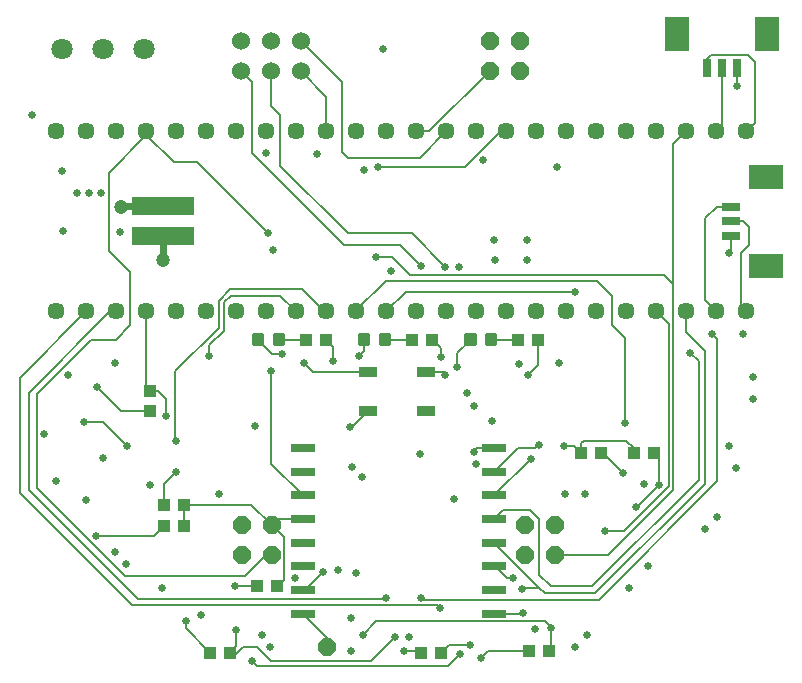
<source format=gbr>
G04 EAGLE Gerber RS-274X export*
G75*
%MOMM*%
%FSLAX34Y34*%
%LPD*%
%INBottom Copper*%
%IPPOS*%
%AMOC8*
5,1,8,0,0,1.08239X$1,22.5*%
G01*
%ADD10C,1.447800*%
%ADD11R,1.100000X1.000000*%
%ADD12C,0.300000*%
%ADD13P,1.656057X8X202.500000*%
%ADD14P,1.656057X8X22.500000*%
%ADD15R,1.500000X0.900000*%
%ADD16R,2.000000X0.800000*%
%ADD17P,1.649562X8X22.500000*%
%ADD18R,5.330000X1.650000*%
%ADD19R,3.000000X2.100000*%
%ADD20R,1.600000X0.800000*%
%ADD21R,2.100000X3.000000*%
%ADD22R,0.800000X1.600000*%
%ADD23R,1.000000X1.100000*%
%ADD24C,1.800000*%
%ADD25C,1.530000*%
%ADD26C,0.654000*%
%ADD27C,0.200000*%
%ADD28C,0.600000*%
%ADD29C,1.200000*%


D10*
X-99400Y303800D03*
X-74000Y303800D03*
X-48600Y303800D03*
X-23200Y303800D03*
X2200Y303800D03*
X27600Y303800D03*
X53000Y303800D03*
X78400Y303800D03*
X103800Y303800D03*
X129200Y303800D03*
X154600Y303800D03*
X180000Y303800D03*
X205400Y303800D03*
X230800Y303800D03*
X281600Y303800D03*
X307000Y303800D03*
X332400Y303800D03*
X357800Y303800D03*
X230800Y456200D03*
X205400Y456200D03*
X180000Y456200D03*
X154600Y456200D03*
X129200Y456200D03*
X103800Y456200D03*
X78400Y456200D03*
X53000Y456200D03*
X27600Y456200D03*
X2200Y456200D03*
X-23200Y456200D03*
X-48600Y456200D03*
X-74000Y456200D03*
X-99400Y456200D03*
X256200Y303800D03*
X357800Y456200D03*
X332400Y456200D03*
X307000Y456200D03*
X281600Y456200D03*
X256200Y456200D03*
X383200Y303800D03*
X408600Y303800D03*
X434000Y303800D03*
X459400Y303800D03*
X484800Y303800D03*
X484800Y456200D03*
X383200Y456200D03*
X408600Y456200D03*
X434000Y456200D03*
X459400Y456200D03*
D11*
X111500Y280000D03*
X128500Y280000D03*
X201500Y280000D03*
X218500Y280000D03*
D12*
X92270Y283500D02*
X92270Y276500D01*
X85270Y276500D01*
X85270Y283500D01*
X92270Y283500D01*
X92270Y279350D02*
X85270Y279350D01*
X85270Y282200D02*
X92270Y282200D01*
X74730Y283500D02*
X74730Y276500D01*
X67730Y276500D01*
X67730Y283500D01*
X74730Y283500D01*
X74730Y279350D02*
X67730Y279350D01*
X67730Y282200D02*
X74730Y282200D01*
X182270Y283500D02*
X182270Y276500D01*
X175270Y276500D01*
X175270Y283500D01*
X182270Y283500D01*
X182270Y279350D02*
X175270Y279350D01*
X175270Y282200D02*
X182270Y282200D01*
X164730Y283500D02*
X164730Y276500D01*
X157730Y276500D01*
X157730Y283500D01*
X164730Y283500D01*
X164730Y279350D02*
X157730Y279350D01*
X157730Y282200D02*
X164730Y282200D01*
D13*
X322700Y122700D03*
X322700Y97300D03*
X297300Y122700D03*
X297300Y97300D03*
X82700Y122700D03*
X82700Y97300D03*
X57300Y122700D03*
X57300Y97300D03*
D14*
X267300Y507300D03*
X267300Y532700D03*
X292700Y507300D03*
X292700Y532700D03*
D12*
X272270Y283500D02*
X272270Y276500D01*
X265270Y276500D01*
X265270Y283500D01*
X272270Y283500D01*
X272270Y279350D02*
X265270Y279350D01*
X265270Y282200D02*
X272270Y282200D01*
X254730Y283500D02*
X254730Y276500D01*
X247730Y276500D01*
X247730Y283500D01*
X254730Y283500D01*
X254730Y279350D02*
X247730Y279350D01*
X247730Y282200D02*
X254730Y282200D01*
D15*
X213500Y252500D03*
X213500Y219500D03*
X164500Y252500D03*
X164500Y219500D03*
D16*
X109000Y48000D03*
X109000Y68000D03*
X109000Y88000D03*
X109000Y108000D03*
X109000Y128000D03*
X109000Y148000D03*
X109000Y168000D03*
X109000Y188000D03*
X271000Y188000D03*
X271000Y168000D03*
X271000Y148000D03*
X271000Y128000D03*
X271000Y108000D03*
X271000Y88000D03*
X271000Y68000D03*
X271000Y48000D03*
D11*
X87500Y71000D03*
X70500Y71000D03*
D17*
X130000Y20000D03*
D18*
X-9100Y392700D03*
X-9100Y367300D03*
D19*
X501000Y418000D03*
D20*
X472000Y380000D03*
D19*
X501000Y342000D03*
D20*
X472000Y392500D03*
X472000Y367500D03*
D21*
X426000Y539000D03*
D22*
X464000Y510000D03*
D21*
X502000Y539000D03*
D22*
X451500Y510000D03*
X476500Y510000D03*
D11*
X291500Y280000D03*
X308500Y280000D03*
X-8500Y140000D03*
X8500Y140000D03*
X-8500Y122000D03*
X8500Y122000D03*
X406500Y184000D03*
X389500Y184000D03*
X361500Y184000D03*
X344500Y184000D03*
X47500Y15000D03*
X30500Y15000D03*
X317500Y16000D03*
X300500Y16000D03*
D23*
X-20000Y219500D03*
X-20000Y236500D03*
D11*
X209500Y15000D03*
X226500Y15000D03*
D24*
X-60000Y526000D03*
X-25000Y526000D03*
X-95000Y526000D03*
D25*
X56600Y532700D03*
X82000Y532700D03*
X107400Y532700D03*
X56600Y507300D03*
X82000Y507300D03*
X107400Y507300D03*
D26*
X-95000Y423000D03*
X154000Y82000D03*
X256000Y175000D03*
X237000Y145000D03*
X23328Y46944D03*
X306000Y35000D03*
X184000Y338000D03*
X38000Y149000D03*
X348000Y149000D03*
X84000Y356000D03*
X-20000Y157000D03*
X398000Y157556D03*
X470000Y190000D03*
X401629Y88345D03*
X-74000Y144000D03*
X-90000Y250000D03*
X-100000Y160000D03*
X385000Y70000D03*
X248000Y235000D03*
X139000Y85000D03*
X-10000Y70000D03*
X482000Y285000D03*
X476000Y171000D03*
X103000Y78000D03*
X151000Y172000D03*
X159000Y164000D03*
X208000Y183000D03*
X269000Y211000D03*
X254000Y224000D03*
X331000Y149000D03*
X69000Y207000D03*
X262000Y432000D03*
X177000Y526000D03*
X-50000Y260000D03*
X326000Y260000D03*
X292000Y259000D03*
D27*
X472000Y355000D02*
X472000Y367500D01*
X472000Y355000D02*
X470000Y353000D01*
D26*
X470000Y353000D03*
D27*
X295000Y48000D02*
X271000Y48000D01*
X295000Y48000D02*
X295876Y48876D01*
D26*
X295876Y48876D03*
D27*
X135000Y273500D02*
X128500Y280000D01*
X135000Y273500D02*
X135000Y262000D01*
D26*
X135000Y262000D03*
D27*
X164500Y219500D02*
X150698Y205698D01*
X149000Y205698D01*
D26*
X149000Y205698D03*
D27*
X218500Y280000D02*
X226000Y272500D01*
X226000Y265000D01*
D26*
X226000Y265000D03*
D27*
X308500Y258500D02*
X308500Y280000D01*
X308500Y258500D02*
X300000Y250000D01*
D26*
X300000Y250000D03*
D27*
X111000Y68000D02*
X109000Y68000D01*
X111000Y68000D02*
X126000Y83000D01*
D26*
X126000Y83000D03*
D27*
X257000Y188000D02*
X271000Y188000D01*
X257000Y188000D02*
X254000Y185000D01*
D26*
X254000Y185000D03*
D27*
X-20000Y219500D02*
X-44500Y219500D01*
X-65000Y240000D01*
D26*
X-65000Y240000D03*
X-94000Y372000D03*
X-45302Y371000D03*
X299000Y347000D03*
X272000Y347000D03*
D27*
X476500Y510000D02*
X477000Y509500D01*
D26*
X477000Y495000D03*
X150000Y44000D03*
X199495Y27928D03*
X150000Y16302D03*
D27*
X70500Y71000D02*
X52000Y71000D01*
D26*
X52000Y71000D03*
D27*
X208198Y16302D02*
X209500Y15000D01*
X208198Y16302D02*
X194735Y16302D01*
D26*
X194735Y16302D03*
D27*
X477000Y495000D02*
X477000Y509500D01*
D28*
X-9100Y367300D02*
X-9100Y347100D01*
X-9000Y347000D01*
D29*
X-9000Y347000D03*
D26*
X121000Y437000D03*
X78000Y438000D03*
X-72000Y404000D03*
X324000Y426000D03*
X160856Y423144D03*
X241620Y341302D03*
X490000Y230000D03*
X490000Y247940D03*
X450000Y120000D03*
X459988Y129989D03*
X340000Y20000D03*
X350000Y30000D03*
X75000Y30000D03*
X81620Y20000D03*
X-50000Y100000D03*
X-40386Y90376D03*
X-60000Y180000D03*
X-109698Y200000D03*
D27*
X213500Y252500D02*
X227500Y252500D01*
X230000Y250000D01*
D26*
X230000Y250000D03*
X-120000Y470000D03*
D27*
X71230Y280000D02*
X83230Y268000D01*
X92000Y268000D01*
D26*
X92000Y268000D03*
X-62000Y404000D03*
X-82000Y404000D03*
X299000Y364000D03*
X271000Y364000D03*
X157000Y266000D03*
D27*
X161230Y270230D02*
X161230Y280000D01*
X161230Y270230D02*
X157000Y266000D01*
X346955Y194524D02*
X383046Y194524D01*
X389500Y188070D02*
X389500Y184000D01*
X344500Y184000D02*
X344500Y192070D01*
X383046Y194524D02*
X389500Y188070D01*
X346955Y194524D02*
X344500Y192070D01*
X338500Y190000D02*
X344500Y184000D01*
X338500Y190000D02*
X330000Y190000D01*
D26*
X330000Y190000D03*
D27*
X92874Y112526D02*
X82700Y122700D01*
X88000Y128000D02*
X109000Y128000D01*
X88000Y128000D02*
X82700Y122700D01*
X8500Y122000D02*
X8500Y140000D01*
X65400Y140000D01*
X82700Y122700D01*
X92874Y112526D02*
X92874Y76374D01*
X87500Y71000D01*
X260000Y10000D02*
X266000Y16000D01*
X300500Y16000D01*
D26*
X260000Y10000D03*
D27*
X30500Y15000D02*
X10000Y35500D01*
X10000Y41810D01*
D26*
X10000Y41810D03*
X171000Y350000D03*
D27*
X423000Y327000D02*
X423000Y153000D01*
X423000Y445200D02*
X434000Y456200D01*
X423000Y445200D02*
X423000Y327000D01*
X415000Y335000D01*
X200000Y335000D02*
X185000Y350000D01*
X171000Y350000D01*
X200000Y335000D02*
X415000Y335000D01*
X423000Y153000D02*
X367300Y97300D01*
X322700Y97300D01*
X-116000Y154000D02*
X-116000Y234000D01*
X-116000Y154000D02*
X-41500Y79500D01*
X-116000Y234000D02*
X-70000Y280000D01*
D26*
X80000Y370000D03*
D27*
X20000Y430000D01*
X0Y430000D01*
X-23200Y453200D01*
X-23200Y456200D01*
X-37091Y337091D02*
X-37091Y291909D01*
X-37091Y337091D02*
X-55000Y355000D01*
X-55000Y421400D02*
X-23200Y453200D01*
X-49000Y280000D02*
X-70000Y280000D01*
X-49000Y280000D02*
X-37091Y291909D01*
X-55000Y355000D02*
X-55000Y421400D01*
X77700Y97300D02*
X82700Y97300D01*
X77700Y97300D02*
X59900Y79500D01*
X-41500Y79500D01*
X216200Y456200D02*
X267300Y507300D01*
X216200Y456200D02*
X205400Y456200D01*
X111500Y280000D02*
X88770Y280000D01*
X178770Y280000D02*
X201500Y280000D01*
D26*
X240000Y256556D03*
D27*
X240000Y268770D01*
X251230Y280000D01*
D26*
X173000Y426000D03*
D27*
X276600Y456200D02*
X281600Y456200D01*
X276600Y456200D02*
X246400Y426000D01*
X173000Y426000D01*
X110000Y260000D02*
X117500Y252500D01*
D26*
X110000Y260000D03*
D27*
X117500Y252500D02*
X164500Y252500D01*
D26*
X309000Y191000D03*
D27*
X291000Y188000D02*
X271000Y168000D01*
X306000Y188000D02*
X309000Y191000D01*
X306000Y188000D02*
X291000Y188000D01*
D26*
X230000Y341556D03*
D27*
X82000Y478000D02*
X82000Y507300D01*
X82000Y478000D02*
X90000Y470000D01*
X90000Y427088D02*
X147088Y370000D01*
X201556Y370000D02*
X230000Y341556D01*
X90000Y427088D02*
X90000Y470000D01*
X147088Y370000D02*
X201556Y370000D01*
D26*
X302000Y179000D03*
D27*
X271000Y148000D01*
D26*
X209000Y342556D03*
D27*
X66000Y497900D02*
X56600Y507300D01*
X66000Y497900D02*
X66000Y438000D01*
X144000Y360000D01*
X191556Y360000D02*
X209000Y342556D01*
X191556Y360000D02*
X144000Y360000D01*
X450066Y270000D02*
X450066Y158066D01*
X357000Y65000D01*
X309500Y69500D02*
X271000Y108000D01*
X309500Y69500D02*
X314000Y65000D01*
X357000Y65000D01*
D26*
X295186Y69000D03*
D27*
X295686Y69500D01*
X309500Y69500D01*
X450066Y270000D02*
X434000Y286066D01*
X434000Y303800D01*
X109000Y148000D02*
X82000Y175000D01*
X82000Y253000D01*
D26*
X82000Y253000D03*
X-66000Y114000D03*
D27*
X-16500Y114000D02*
X-8500Y122000D01*
X-16500Y114000D02*
X-66000Y114000D01*
D26*
X2000Y168000D03*
D27*
X-8500Y157500D02*
X-8500Y140000D01*
X-8500Y157500D02*
X2000Y168000D01*
D26*
X-76000Y210000D03*
D27*
X-60000Y210000D01*
X-40000Y190000D01*
D26*
X-40000Y190000D03*
X-7000Y215000D03*
D27*
X-7000Y230000D02*
X-13500Y236500D01*
X-20000Y236500D01*
X-7000Y230000D02*
X-7000Y215000D01*
X-20000Y236500D02*
X-23200Y241700D01*
X-23200Y303800D01*
D26*
X30000Y266000D03*
D27*
X30000Y275016D02*
X42524Y287540D01*
X30000Y275016D02*
X30000Y266000D01*
X42524Y311690D02*
X48000Y317166D01*
X90000Y317166D01*
X42524Y311690D02*
X42524Y287540D01*
X90000Y317166D02*
X103366Y303800D01*
X103800Y303800D01*
D26*
X380000Y167000D03*
D27*
X363000Y184000D01*
X361500Y184000D01*
D26*
X391000Y138000D03*
D27*
X392000Y138000D02*
X411000Y157000D01*
X392000Y138000D02*
X391000Y138000D01*
D26*
X411000Y157000D03*
D27*
X411000Y179500D02*
X406500Y184000D01*
X411000Y179500D02*
X411000Y157000D01*
X154600Y303800D02*
X153800Y303800D01*
D26*
X382000Y209000D03*
D27*
X180000Y330000D02*
X153800Y303800D01*
X382000Y281000D02*
X382000Y209000D01*
X382000Y281000D02*
X371000Y292000D01*
X371000Y317000D01*
X358000Y330000D01*
X180000Y330000D01*
D26*
X2000Y194000D03*
D27*
X1000Y195000D01*
X1000Y253000D01*
X38000Y290000D01*
X47903Y322690D02*
X108310Y322690D01*
X127200Y303800D01*
X129200Y303800D01*
X38000Y312787D02*
X38000Y290000D01*
X38000Y312787D02*
X47903Y322690D01*
D26*
X340000Y320000D03*
D27*
X196200Y320000D01*
X180000Y303800D01*
D26*
X187000Y27928D03*
D27*
X167072Y8000D01*
X82000Y8000D01*
X70000Y20000D01*
X58500Y20000D01*
X50000Y11500D01*
X50000Y17500D02*
X53000Y20500D01*
X50000Y17500D02*
X47500Y15000D01*
D26*
X53000Y34000D03*
D27*
X53000Y20500D01*
X50000Y17500D02*
X50000Y11500D01*
D26*
X66000Y8000D03*
D27*
X70000Y4000D01*
X232000Y4000D01*
X242000Y14000D01*
D26*
X242000Y14000D03*
X319620Y36053D03*
X160000Y30000D03*
D27*
X319000Y36673D02*
X319620Y36053D01*
X314371Y41302D02*
X171302Y41302D01*
X160000Y30000D01*
X317500Y16000D02*
X319000Y17500D01*
X319000Y36673D01*
X314371Y41302D01*
X130000Y27000D02*
X130000Y20000D01*
X130000Y27000D02*
X109000Y48000D01*
D26*
X287000Y78000D03*
X365000Y118000D03*
D27*
X381272Y118000D01*
X419476Y156204D01*
X419476Y292924D02*
X408600Y303800D01*
X419476Y292924D02*
X419476Y156204D01*
X272000Y88000D02*
X271000Y88000D01*
X272000Y88000D02*
X282000Y78000D01*
X287000Y78000D01*
D28*
X-9100Y392700D02*
X-44268Y392700D01*
X-44968Y392000D01*
D29*
X-44968Y392000D03*
D27*
X268770Y280000D02*
X291500Y280000D01*
X129200Y485500D02*
X107400Y507300D01*
X129200Y485500D02*
X129200Y456200D01*
X301424Y135576D02*
X309000Y128000D01*
X354000Y71000D02*
X444510Y161510D01*
X309000Y128000D02*
X309000Y81000D01*
X319000Y71000D01*
X354000Y71000D01*
X444510Y161510D02*
X444510Y261490D01*
X437000Y269000D01*
D26*
X437000Y269000D03*
D27*
X301424Y135576D02*
X278576Y135576D01*
X271000Y128000D01*
X142000Y498100D02*
X107400Y532700D01*
X142000Y498100D02*
X142000Y439000D01*
X147444Y433556D01*
X208156Y433556D01*
X230800Y456200D01*
X451500Y510000D02*
X451500Y517710D01*
X455060Y521270D01*
X492000Y463400D02*
X484800Y456200D01*
X485730Y521270D02*
X455060Y521270D01*
X485730Y521270D02*
X492000Y515000D01*
X492000Y463400D01*
X464000Y460800D02*
X464000Y510000D01*
X464000Y460800D02*
X459400Y456200D01*
X459500Y392500D02*
X450000Y383000D01*
X450000Y313200D01*
X459400Y303800D01*
X459500Y392500D02*
X472000Y392500D01*
X472000Y380000D02*
X482000Y380000D01*
X487000Y375000D01*
X487000Y360000D01*
X480000Y353000D01*
X480000Y308600D01*
X484800Y303800D01*
X-74000Y303800D02*
X-130000Y247800D01*
X-130000Y150000D01*
D26*
X225610Y52610D03*
D27*
X222951Y55270D01*
X-35270Y55270D01*
X-130000Y150000D01*
X-53825Y303800D02*
X-48600Y303800D01*
X-53825Y303800D02*
X-123000Y234625D01*
X-123000Y153000D02*
X-30000Y60000D01*
X-123000Y153000D02*
X-123000Y234625D01*
X178428Y60000D02*
X180000Y61572D01*
D26*
X180000Y61572D03*
D27*
X178428Y60000D02*
X-30000Y60000D01*
D26*
X209000Y61572D03*
D27*
X211000Y59572D02*
X359572Y59572D01*
X211000Y59572D02*
X209000Y61572D01*
X359572Y59572D02*
X460000Y160000D01*
X460000Y280499D01*
X455750Y284750D01*
D26*
X455750Y284750D03*
D27*
X233198Y21698D02*
X226500Y15000D01*
X233198Y21698D02*
X250735Y21698D01*
D26*
X250735Y21698D03*
M02*

</source>
